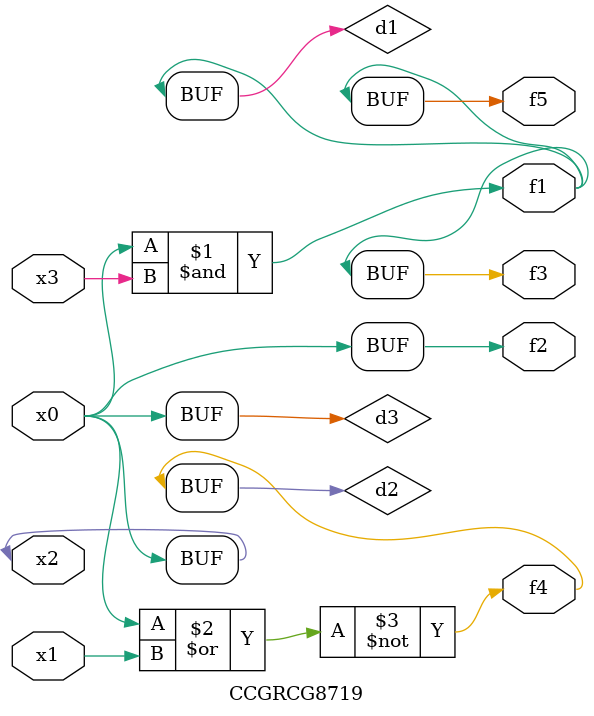
<source format=v>
module CCGRCG8719(
	input x0, x1, x2, x3,
	output f1, f2, f3, f4, f5
);

	wire d1, d2, d3;

	and (d1, x2, x3);
	nor (d2, x0, x1);
	buf (d3, x0, x2);
	assign f1 = d1;
	assign f2 = d3;
	assign f3 = d1;
	assign f4 = d2;
	assign f5 = d1;
endmodule

</source>
